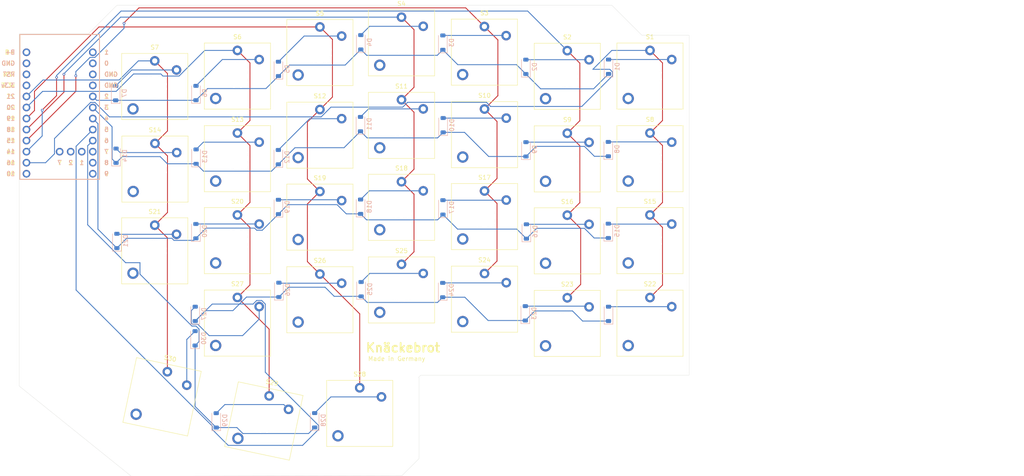
<source format=kicad_pcb>
(kicad_pcb (version 20241229) (generator "pcbnew") (generator_version "9.0")
  (layers (0 "F.Cu" signal) (2 "B.Cu" signal) (13 "F.Paste" user) (15 "B.Paste" user) (5 "F.SilkS" user "F.Silkscreen") (7 "B.SilkS" user "B.Silkscreen") (1 "F.Mask" user) (3 "B.Mask" user) (25 "Edge.Cuts" user))
  (net 0 "")
  (net 1 "Net-(D1-A)")
  (net 2 "Row_0")
  (net 3 "Net-(D2-A)")
  (net 4 "Net-(D3-A)")
  (net 5 "Net-(D4-A)")
  (net 6 "Net-(D5-A)")
  (net 7 "Net-(D6-A)")
  (net 8 "Net-(D7-A)")
  (net 9 "Net-(D8-A)")
  (net 10 "Row_1")
  (net 11 "Net-(D9-A)")
  (net 12 "Net-(D10-A)")
  (net 13 "Net-(D11-A)")
  (net 14 "Net-(D12-A)")
  (net 15 "Net-(D13-A)")
  (net 16 "Net-(D14-A)")
  (net 17 "Net-(D15-A)")
  (net 18 "Row_2")
  (net 19 "Net-(D16-A)")
  (net 20 "Net-(D17-A)")
  (net 21 "Net-(D18-A)")
  (net 22 "Net-(D19-A)")
  (net 23 "Net-(D20-A)")
  (net 24 "Net-(D21-A)")
  (net 25 "Net-(D22-A)")
  (net 26 "Row_3")
  (net 27 "Net-(D23-A)")
  (net 28 "Net-(D24-A)")
  (net 29 "Net-(D25-A)")
  (net 30 "Net-(D26-A)")
  (net 31 "Net-(D27-A)")
  (net 32 "Row_4")
  (net 33 "Net-(D28-A)")
  (net 34 "Net-(D29-A)")
  (net 35 "Net-(D30-A)")
  (net 36 "Col_0")
  (net 37 "Col_1")
  (net 38 "Col_2")
  (net 39 "Col_3")
  (net 40 "Col_4")
  (net 41 "Col_5")
  (net 42 "Col_6")
  (footprint "ScottoKeebs_Choc:Choc_V2" (layer "F.Cu") (at 168.432618 104.625)
    (property "Reference" "S24")
    (property "Value" "Keyswitch")
  )
  (footprint "ScottoKeebs_Choc:Choc_V2" (layer "F.Cu") (at 187.457618 72.35)
    (property "Reference" "S9")
    (property "Value" "Keyswitch")
  )
  (footprint "ScottoKeebs_Choc:Choc_V2" (layer "F.Cu") (at 130.607618 66.9)
    (property "Reference" "S12")
    (property "Value" "Keyswitch")
  )
  (footprint "ScottoKeebs_Choc:Choc_V2" (layer "F.Cu") (at 92.707618 74.7)
    (property "Reference" "S14")
    (property "Value" "Keyswitch")
  )
  (footprint "ScottoKeebs_Choc:Choc_V2" (layer "F.Cu") (at 149.357618 64.65)
    (property "Reference" "S11")
    (property "Value" "Keyswitch")
  )
  (footprint "ScottoKeebs_Choc:Choc_V2" (layer "F.Cu") (at 187.457618 110.2)
    (property "Reference" "S23")
    (property "Value" "Keyswitch")
  )
  (footprint "ScottoKeebs_Choc:Choc_V2" (layer "F.Cu") (at 111.657618 91.15)
    (property "Reference" "S20")
    (property "Value" "Keyswitch")
  )
  (footprint "ScottoKeebs_Choc:Choc_V2" (layer "F.Cu") (at 92.657618 55.7)
    (property "Reference" "S7")
    (property "Value" "Keyswitch")
  )
  (footprint "ScottoKeebs_Choc:Choc_V2" (layer "F.Cu") (at 111.657618 72.3)
    (property "Reference" "S13")
    (property "Value" "Keyswitch")
  )
  (footprint "ScottoKeebs_Choc:Choc_V2" (layer "F.Cu") (at 168.432618 66.775)
    (property "Reference" "S10")
    (property "Value" "Keyswitch")
  )
  (footprint "ScottoKeebs_Choc:Choc_V2" (layer "F.Cu") (at 130.607618 47.9)
    (property "Reference" "S5")
    (property "Value" "Keyswitch")
  )
  (footprint "ScottoKeebs_Choc:Choc_V2" (layer "F.Cu") (at 117.725324 132.645858 -11.94)
    (property "Reference" "S29")
    (property "Value" "Keyswitch")
  )
  (footprint "ScottoKeebs_Choc:Choc_V2" (layer "F.Cu") (at 149.357618 102.5)
    (property "Reference" "S25")
    (property "Value" "Keyswitch")
  )
  (footprint "ScottoKeebs_Choc:Choc_V2" (layer "F.Cu") (at 168.407618 47.8)
    (property "Reference" "S3")
    (property "Value" "Keyswitch")
  )
  (footprint "ScottoKeebs_Choc:Choc_V2" (layer "F.Cu") (at 149.357618 83.5)
    (property "Reference" "S18")
    (property "Value" "Keyswitch")
  )
  (footprint "ScottoKeebs_Choc:Choc_V2" (layer "F.Cu") (at 139.757618 130.9)
    (property "Reference" "S28")
    (property "Value" "Keyswitch")
  )
  (footprint "ScottoKeebs_Choc:Choc_V2" (layer "F.Cu") (at 187.457618 91.2)
    (property "Reference" "S16")
    (property "Value" "Keyswitch")
  )
  (footprint "ScottoKeebs_Choc:Choc_V2" (layer "F.Cu") (at 111.657618 53.3)
    (property "Reference" "S6")
    (property "Value" "Keyswitch")
  )
  (footprint "ScottoKeebs_Choc:Choc_V2" (layer "F.Cu") (at 92.657618 93.5)
    (property "Reference" "S21")
    (property "Value" "Keyswitch")
  )
  (footprint "ScottoKeebs_Choc:Choc_V2" (layer "F.Cu") (at 206.457618 91.15)
    (property "Reference" "S15")
    (property "Value" "Keyswitch")
  )
  (footprint "ScottoKeebs_Choc:Choc_V2" (layer "F.Cu") (at 94.335614 127.08335 -11.94)
    (property "Reference" "S30")
    (property "Value" "Keyswitch")
  )
  (footprint "ScottoKeebs_Choc:Choc_V2" (layer "F.Cu") (at 206.457618 72.3)
    (property "Reference" "S8")
    (property "Value" "Keyswitch")
  )
  (footprint "ScottoKeebs_Choc:Choc_V2" (layer "F.Cu") (at 168.432618 85.625)
    (property "Reference" "S17")
    (property "Value" "Keyswitch")
  )
  (footprint "ScottoKeebs_Choc:Choc_V2" (layer "F.Cu") (at 187.457618 53.35)
    (property "Reference" "S2")
    (property "Value" "Keyswitch")
  )
  (footprint "ScottoKeebs_Choc:Choc_V2" (layer "F.Cu") (at 149.357618 45.65)
    (property "Reference" "S4")
    (property "Value" "Keyswitch")
  )
  (footprint "ScottoKeebs_Choc:Choc_V2" (layer "F.Cu") (at 111.657618 110.125)
    (property "Reference" "S27")
    (property "Value" "Keyswitch")
  )
  (footprint "ScottoKeebs_Choc:Choc_V2" (layer "F.Cu") (at 130.607618 104.75)
    (property "Reference" "S26")
    (property "Value" "Keyswitch")
  )
  (footprint "ScottoKeebs_Choc:Choc_V2" (layer "F.Cu") (at 206.457618 110.15)
    (property "Reference" "S22")
    (property "Value" "Keyswitch")
  )
  (footprint "ScottoKeebs_Choc:Choc_V2" (layer "F.Cu") (at 130.607618 85.75)
    (property "Reference" "S19")
    (property "Value" "Keyswitch")
  )
  (footprint "ScottoKeebs_Choc:Choc_V2" (layer "F.Cu") (at 206.457618 53.3)
    (property "Reference" "S1")
    (property "Value" "Keyswitch")
  )
  (footprint "Diode_SMD:D_SOD-123" (layer "B.Cu") (at 83.957618 91.225 90)
    (property "Reference" "D21")
    (property "Value" "Diode")
  )
  (footprint "Diode_SMD:D_SOD-123" (layer "B.Cu") (at 196.932618 51.15 90)
    (property "Reference" "D1")
    (property "Value" "Diode")
  )
  (footprint "Diode_SMD:D_SOD-123" (layer "B.Cu") (at 121.082618 83.4 90)
    (property "Reference" "D19")
    (property "Value" "Diode")
  )
  (footprint "Diode_SMD:D_SOD-123" (layer "B.Cu") (at 158.857618 45.6 90)
    (property "Reference" "D3")
    (property "Value" "Diode")
  )
  (footprint "Diode_SMD:D_SOD-123" (layer "B.Cu") (at 196.932618 108 90)
    (property "Reference" "D22" (hide yes))
    (property "Value" "Diode")
  )
  (footprint "Diode_SMD:D_SOD-123" (layer "B.Cu") (at 158.832618 102.525 90)
    (property "Reference" "D24")
    (property "Value" "Diode")
  )
  (footprint "Diode_SMD:D_SOD-123" (layer "B.Cu") (at 106.782618 132.5 90)
    (property "Reference" "D29")
    (property "Value" "Diode")
  )
  (footprint "Diode_SMD:D_SOD-123" (layer "B.Cu") (at 83.682618 57.225 90)
    (property "Reference" "D7")
    (property "Value" "Diode")
  )
  (footprint "Diode_SMD:D_SOD-123" (layer "B.Cu") (at 102.107618 88.975 90)
    (property "Reference" "D20")
    (property "Value" "Diode")
  )
  (footprint "ScottoKeebs_MCU:Nice_Nano_V2" (layer "B.Cu") (at 70.8 61.52 180)
    (property "Reference" "U1" (hide yes))
    (property "Value" "Nice_Nano_V2" (hide yes))
  )
  (footprint "Diode_SMD:D_SOD-123" (layer "B.Cu") (at 177.957618 70.15 90)
    (property "Reference" "D9")
    (property "Value" "Diode")
  )
  (footprint "Diode_SMD:D_SOD-123" (layer "B.Cu") (at 139.932618 64.35 90)
    (property "Reference" "D11")
    (property "Value" "Diode")
  )
  (footprint "Diode_SMD:D_SOD-123" (layer "B.Cu") (at 140.082618 102.325 90)
    (property "Reference" "D25")
    (property "Value" "Diode")
  )
  (footprint "Diode_SMD:D_SOD-123" (layer "B.Cu") (at 140.007618 45.525 90)
    (property "Reference" "D4")
    (property "Value" "Diode")
  )
  (footprint "Diode_SMD:D_SOD-123" (layer "B.Cu") (at 177.932618 51.175 90)
    (property "Reference" "D2")
    (property "Value" "Diode")
  )
  (footprint "Diode_SMD:D_SOD-123" (layer "B.Cu") (at 102.157618 71.825 90)
    (property "Reference" "D13")
    (property "Value" "Diode")
  )
  (footprint "Diode_SMD:D_SOD-123" (layer "B.Cu") (at 158.882618 83.5 90)
    (property "Reference" "D17")
    (property "Value" "Diode")
  )
  (footprint "Diode_SMD:D_SOD-123" (layer "B.Cu") (at 158.932618 64.6 90)
    (property "Reference" "D10")
    (property "Value" "Diode")
  )
  (footprint "Diode_SMD:D_SOD-123" (layer "B.Cu") (at 129.407618 132.475 90)
    (property "Reference" "D28")
    (property "Value" "Diode")
  )
  (footprint "Diode_SMD:D_SOD-123" (layer "B.Cu") (at 196.882618 88.9 90)
    (property "Reference" "D15")
    (property "Value" "Diode")
  )
  (footprint "Diode_SMD:D_SOD-123" (layer "B.Cu") (at 101.932618 113.625 90)
    (property "Reference" "D30")
    (property "Value" "Diode")
  )
  (footprint "Diode_SMD:D_SOD-123" (layer "B.Cu") (at 121.057618 71.95 90)
    (property "Reference" "D12")
    (property "Value" "Diode")
  )
  (footprint "Diode_SMD:D_SOD-123" (layer "B.Cu") (at 102.132618 57.2 90)
    (property "Reference" "D6")
    (property "Value" "Diode")
  )
  (footprint "Diode_SMD:D_SOD-123" (layer "B.Cu") (at 177.807618 107.875 90)
    (property "Reference" "D23")
    (property "Value" "Diode")
  )
  (footprint "Diode_SMD:D_SOD-123" (layer "B.Cu") (at 121.082618 51.65 90)
    (property "Reference" "D5")
    (property "Value" "Diode")
  )
  (footprint "Diode_SMD:D_SOD-123" (layer "B.Cu") (at 178.057618 89.05 90)
    (property "Reference" "D16")
    (property "Value" "Diode")
  )
  (footprint "Diode_SMD:D_SOD-123" (layer "B.Cu") (at 121.182618 102.475 90)
    (property "Reference" "D26")
    (property "Value" "Diode")
  )
  (footprint "Diode_SMD:D_SOD-123" (layer "B.Cu") (at 139.957618 83.35 90)
    (property "Reference" "D18")
    (property "Value" "Diode")
  )
  (footprint "Diode_SMD:D_SOD-123" (layer "B.Cu") (at 101.957618 108 90)
    (property "Reference" "D27")
    (property "Value" "Diode")
  )
  (footprint "Diode_SMD:D_SOD-123" (layer "B.Cu") (at 83.757618 71.625 90)
    (property "Reference" "D14")
    (property "Value" "Diode")
  )
  (footprint "Diode_SMD:D_SOD-123" (layer "B.Cu") (at 196.882618 70.1 90)
    (property "Reference" "D8")
    (property "Value" "Diode")
  )
  (gr_poly (pts (xy 215.442618 46.16) (xy 215.442618 43.9) (xy 204.582618 43.9) (xy 197.682618 37) (xy 83.982618 37) (xy 77.382618 43.6) (xy 61.482618 43.6) (xy 61.482618 124.583333) (xy 87.254951 145.344379) (xy 149.482618 145.2) (xy 153.382618 141.3) (xy 153.382618 122.7) (xy 153.282618 122.6) (xy 153.782618 122.1) (xy 215.442618 122.1) (xy 215.442618 46.16)) (stroke (width 0.05)) (fill no) (layer "Edge.Cuts"))
  (gr_text "Made in Germany\n" (at 141.6 118.9 0) (layer "F.SilkS") (effects (font (size 1 1)) (justify left bottom)))
  (gr_text "Knäckebrot" (at 140.96 116.98 0) (layer "F.SilkS") (effects (font (size 2.032 2.032) (thickness 0.4064) (bold yes)) (justify left bottom)))
  (segment (start 196.932618 49.5) (end 211.457618 49.5) (width 0.2) (layer "B.Cu") (net 1))
  (segment (start 141.358618 48.526) (end 157.581618 48.526) (width 0.2) (layer "B.Cu") (net 2))
  (segment (start 175.783618 50.676) (end 177.932618 52.825) (width 0.2) (layer "B.Cu") (net 2))
  (segment (start 102.107618 58.875) (end 102.132618 58.85) (width 0.2) (layer "B.Cu") (net 2))
  (segment (start 102.132618 58.85) (end 104.806618 56.176) (width 0.2) (layer "B.Cu") (net 2))
  (segment (start 104.806618 56.176) (end 118.206618 56.176) (width 0.2) (layer "B.Cu") (net 2))
  (segment (start 177.932618 52.825) (end 181.333618 56.226) (width 0.2) (layer "B.Cu") (net 2))
  (segment (start 181.333618 56.226) (end 193.506618 56.226) (width 0.2) (layer "B.Cu") (net 2))
  (segment (start 118.206618 56.176) (end 121.082618 53.3) (width 0.2) (layer "B.Cu") (net 2))
  (segment (start 79.305 58.875) (end 78.42 57.99) (width 0.2) (layer "B.Cu") (net 2))
  (segment (start 158.857618 47.25) (end 162.283618 50.676) (width 0.2) (layer "B.Cu") (net 2))
  (segment (start 193.506618 56.226) (end 196.932618 52.8) (width 0.2) (layer "B.Cu") (net 2))
  (segment (start 83.682618 58.875) (end 79.305 58.875) (width 0.2) (layer "B.Cu") (net 2))
  (segment (start 157.581618 48.526) (end 158.857618 47.25) (width 0.2) (layer "B.Cu") (net 2))
  (segment (start 162.283618 50.676) (end 175.783618 50.676) (width 0.2) (layer "B.Cu") (net 2))
  (segment (start 136.406618 50.776) (end 140.007618 47.175) (width 0.2) (layer "B.Cu") (net 2))
  (segment (start 121.082618 53.3) (end 123.606618 50.776) (width 0.2) (layer "B.Cu") (net 2))
  (segment (start 123.606618 50.776) (end 136.406618 50.776) (width 0.2) (layer "B.Cu") (net 2))
  (segment (start 83.682618 58.875) (end 102.107618 58.875) (width 0.2) (layer "B.Cu") (net 2))
  (segment (start 140.007618 47.175) (end 141.358618 48.526) (width 0.2) (layer "B.Cu") (net 2))
  (segment (start 192.432618 49.525) (end 192.457618 49.55) (width 0.2) (layer "B.Cu") (net 3))
  (segment (start 177.932618 49.525) (end 192.432618 49.525) (width 0.2) (layer "B.Cu") (net 3))
  (segment (start 158.857618 43.95) (end 173.357618 43.95) (width 0.2) (layer "B.Cu") (net 4))
  (segment (start 173.357618 43.95) (end 173.407618 44) (width 0.2) (layer "B.Cu") (net 4))
  (segment (start 142.032618 41.85) (end 154.357618 41.85) (width 0.2) (layer "B.Cu") (net 5))
  (segment (start 140.007618 43.875) (end 142.032618 41.85) (width 0.2) (layer "B.Cu") (net 5))
  (segment (start 121.082618 50) (end 126.982618 44.1) (width 0.2) (layer "B.Cu") (net 6))
  (segment (start 126.982618 44.1) (end 135.607618 44.1) (width 0.2) (layer "B.Cu") (net 6))
  (segment (start 102.132618 55.55) (end 108.182618 49.5) (width 0.2) (layer "B.Cu") (net 7))
  (segment (start 108.182618 49.5) (end 116.657618 49.5) (width 0.2) (layer "B.Cu") (net 7))
  (segment (start 83.682618 55.575) (end 87.357618 51.9) (width 0.2) (layer "B.Cu") (net 8))
  (segment (start 87.357618 51.9) (end 97.657618 51.9) (width 0.2) (layer "B.Cu") (net 8))
  (segment (start 196.882618 68.45) (end 211.407618 68.45) (width 0.2) (layer "B.Cu") (net 9))
  (segment (start 211.407618 68.45) (end 211.457618 68.5) (width 0.2) (layer "B.Cu") (net 9))
  (segment (start 139.932618 66) (end 141.458618 67.526) (width 0.2) (layer "B.Cu") (net 10))
  (segment (start 169.39034 71.8) (end 163.84034 66.25) (width 0.2) (layer "B.Cu") (net 10))
  (segment (start 93.898896 71.824) (end 85.208618 71.824) (width 0.2) (layer "B.Cu") (net 10))
  (segment (start 103.858618 75.176) (end 102.157618 73.475) (width 0.2) (layer "B.Cu") (net 10))
  (segment (start 177.957618 71.8) (end 180.283618 69.474) (width 0.2) (layer "B.Cu") (net 10))
  (segment (start 193.676304 71.75) (end 196.882618 71.75) (width 0.2) (layer "B.Cu") (net 10))
  (segment (start 177.957618 71.8) (end 169.39034 71.8) (width 0.2) (layer "B.Cu") (net 10))
  (segment (start 124.881618 69.776) (end 121.057618 73.6) (width 0.2) (layer "B.Cu") (net 10))
  (segment (start 191.400304 69.474) (end 193.676304 71.75) (width 0.2) (layer "B.Cu") (net 10))
  (segment (start 85.208618 71.824) (end 83.757618 73.275) (width 0.2) (layer "B.Cu") (net 10))
  (segment (start 102.157618 73.475) (end 95.549896 73.475) (width 0.2) (layer "B.Cu") (net 10))
  (segment (start 83.757618 73.275) (end 82.856618 72.374) (width 0.2) (layer "B.Cu") (net 10))
  (segment (start 157.656618 67.526) (end 158.932618 66.25) (width 0.2) (layer "B.Cu") (net 10))
  (segment (start 82.856618 72.374) (end 82.856618 64.966618) (width 0.2) (layer "B.Cu") (net 10))
  (segment (start 141.458618 67.526) (end 157.656618 67.526) (width 0.2) (layer "B.Cu") (net 10))
  (segment (start 180.283618 69.474) (end 191.400304 69.474) (width 0.2) (layer "B.Cu") (net 10))
  (segment (start 95.549896 73.475) (end 93.898896 71.824) (width 0.2) (layer "B.Cu") (net 10))
  (segment (start 163.84034 66.25) (end 158.932618 66.25) (width 0.2) (layer "B.Cu") (net 10))
  (segment (start 121.057618 73.6) (end 119.481618 75.176) (width 0.2) (layer "B.Cu") (net 10))
  (segment (start 139.932618 66) (end 136.156618 69.776) (width 0.2) (layer "B.Cu") (net 10))
  (segment (start 136.156618 69.776) (end 124.881618 69.776) (width 0.2) (layer "B.Cu") (net 10))
  (segment (start 82.856618 64.966618) (end 78.42 60.53) (width 0.2) (layer "B.Cu") (net 10))
  (segment (start 119.481618 75.176) (end 103.858618 75.176) (width 0.2) (layer "B.Cu") (net 10))
  (segment (start 177.957618 68.5) (end 192.407618 68.5) (width 0.2) (layer "B.Cu") (net 11))
  (segment (start 192.407618 68.5) (end 192.457618 68.55) (width 0.2) (layer "B.Cu") (net 11))
  (segment (start 158.957618 62.975) (end 158.932618 62.95) (width 0.2) (layer "B.Cu") (net 12))
  (segment (start 173.432618 62.975) (end 158.957618 62.975) (width 0.2) (layer "B.Cu") (net 12))
  (segment (start 139.932618 62.7) (end 141.782618 60.85) (width 0.2) (layer "B.Cu") (net 13))
  (segment (start 141.782618 60.85) (end 154.357618 60.85) (width 0.2) (layer "B.Cu") (net 13))
  (segment (start 128.257618 63.1) (end 135.607618 63.1) (width 0.2) (layer "B.Cu") (net 14))
  (segment (start 121.057618 70.3) (end 128.257618 63.1) (width 0.2) (layer "B.Cu") (net 14))
  (segment (start 103.832618 68.5) (end 116.657618 68.5) (width 0.2) (layer "B.Cu") (net 15))
  (segment (start 102.157618 70.175) (end 103.832618 68.5) (width 0.2) (layer "B.Cu") (net 15))
  (segment (start 84.682618 70.9) (end 97.707618 70.9) (width 0.2) (layer "B.Cu") (net 16))
  (segment (start 83.757618 69.975) (end 84.682618 70.9) (width 0.2) (layer "B.Cu") (net 16))
  (segment (start 196.982618 87.35) (end 211.457618 87.35) (width 0.2) (layer "B.Cu") (net 17))
  (segment (start 196.882618 87.25) (end 196.982618 87.35) (width 0.2) (layer "B.Cu") (net 17))
  (segment (start 175.858618 88.501) (end 178.057618 90.7) (width 0.2) (layer "B.Cu") (net 18))
  (segment (start 97.077304 91.101) (end 101.631618 91.101) (width 0.2) (layer "B.Cu") (net 18))
  (segment (start 136.676304 85) (end 139.957618 85) (width 0.2) (layer "B.Cu") (net 18))
  (segment (start 121.082618 85.05) (end 123.258618 82.874) (width 0.2) (layer "B.Cu") (net 18))
  (segment (start 193.626304 90.55) (end 196.882618 90.55) (width 0.2) (layer "B.Cu") (net 18))
  (segment (start 158.882618 85.15) (end 162.233618 88.501) (width 0.2) (layer "B.Cu") (net 18))
  (segment (start 141.333618 86.376) (end 157.656618 86.376) (width 0.2) (layer "B.Cu") (net 18))
  (segment (start 117.381618 88.751) (end 121.082618 85.05) (width 0.2) (layer "B.Cu") (net 18))
  (segment (start 139.957618 85) (end 141.333618 86.376) (width 0.2) (layer "B.Cu") (net 18))
  (segment (start 104.458618 88.274) (end 115.600304 88.274) (width 0.2) (layer "B.Cu") (net 18))
  (segment (start 83.957618 92.875) (end 79.5973 88.514682) (width 0.2) (layer "B.Cu") (net 18))
  (segment (start 86.208618 90.624) (end 96.600304 90.624) (width 0.2) (layer "B.Cu") (net 18))
  (segment (start 178.057618 90.7) (end 180.433618 88.324) (width 0.2) (layer "B.Cu") (net 18))
  (segment (start 79.5973 64.2473) (end 78.42 63.07) (width 0.2) (layer "B.Cu") (net 18))
  (segment (start 134.550304 82.874) (end 136.676304 85) (width 0.2) (layer "B.Cu") (net 18))
  (segment (start 102.107618 90.625) (end 104.458618 88.274) (width 0.2) (layer "B.Cu") (net 18))
  (segment (start 116.077304 88.751) (end 117.381618 88.751) (width 0.2) (layer "B.Cu") (net 18))
  (segment (start 96.600304 90.624) (end 97.077304 91.101) (width 0.2) (layer "B.Cu") (net 18))
  (segment (start 162.233618 88.501) (end 175.858618 88.501) (width 0.2) (layer "B.Cu") (net 18))
  (segment (start 83.957618 92.875) (end 86.208618 90.624) (width 0.2) (layer "B.Cu") (net 18))
  (segment (start 180.433618 88.324) (end 191.400304 88.324) (width 0.2) (layer "B.Cu") (net 18))
  (segment (start 79.5973 88.514682) (end 79.5973 64.2473) (width 0.2) (layer "B.Cu") (net 18))
  (segment (start 115.600304 88.274) (end 116.077304 88.751) (width 0.2) (layer "B.Cu") (net 18))
  (segment (start 123.258618 82.874) (end 134.550304 82.874) (width 0.2) (layer "B.Cu") (net 18))
  (segment (start 101.631618 91.101) (end 102.107618 90.625) (width 0.2) (layer "B.Cu") (net 18))
  (segment (start 157.656618 86.376) (end 158.882618 85.15) (width 0.2) (layer "B.Cu") (net 18))
  (segment (start 191.400304 88.324) (end 193.626304 90.55) (width 0.2) (layer "B.Cu") (net 18))
  (segment (start 178.057618 87.4) (end 192.457618 87.4) (width 0.2) (layer "B.Cu") (net 19))
  (segment (start 173.407618 81.85) (end 173.432618 81.825) (width 0.2) (layer "B.Cu") (net 20))
  (segment (start 158.882618 81.85) (end 173.407618 81.85) (width 0.2) (layer "B.Cu") (net 20))
  (segment (start 141.957618 79.7) (end 154.357618 79.7) (width 0.2) (layer "B.Cu") (net 21))
  (segment (start 139.957618 81.7) (end 141.957618 79.7) (width 0.2) (layer "B.Cu") (net 21))
  (segment (start 135.407618 81.75) (end 135.607618 81.95) (width 0.2) (layer "B.Cu") (net 22))
  (segment (start 121.082618 81.75) (end 135.407618 81.75) (width 0.2) (layer "B.Cu") (net 22))
  (segment (start 102.107618 87.325) (end 116.632618 87.325) (width 0.2) (layer "B.Cu") (net 23))
  (segment (start 116.632618 87.325) (end 116.657618 87.35) (width 0.2) (layer "B.Cu") (net 23))
  (segment (start 97.657618 89.7) (end 84.082618 89.7) (width 0.2) (layer "B.Cu") (net 24))
  (segment (start 84.082618 89.7) (end 83.957618 89.575) (width 0.2) (layer "B.Cu") (net 24))
  (segment (start 211.457618 106.35) (end 196.932618 106.35) (width 0.2) (layer "B.Cu") (net 25))
  (segment (start 74.59 69.44) (end 78.42 65.61) (width 0.2) (layer "B.Cu") (net 26))
  (segment (start 117.237932 104.924) (end 118.058618 105.744686) (width 0.2) (layer "B.Cu") (net 26))
  (segment (start 141.483618 105.376) (end 157.631618 105.376) (width 0.2) (layer "B.Cu") (net 26))
  (segment (start 130.308618 134.57411) (end 126.631728 138.251) (width 0.2) (layer "B.Cu") (net 26))
  (segment (start 130.308618 133.67589) (end 130.308618 134.57411) (width 0.2) (layer "B.Cu") (net 26))
  (segment (start 110.614932 107.249) (end 104.358618 107.249) (width 0.2) (layer "B.Cu") (net 26))
  (segment (start 115.256618 105.744686) (end 116.077304 104.924) (width 0.2) (layer "B.Cu") (net 26))
  (segment (start 131.798896 101.874) (end 123.433618 101.874) (width 0.2) (layer "B.Cu") (net 26))
  (segment (start 101.957618 109.65) (end 105.862932 105.744686) (width 0.2) (layer "B.Cu") (net 26))
  (segment (start 118.058618 121.42589) (end 130.308618 133.67589) (width 0.2) (layer "B.Cu") (net 26))
  (segment (start 196.932618 109.65) (end 190.974896 109.65) (width 0.2) (layer "B.Cu") (net 26))
  (segment (start 126.631728 138.251) (end 109.533508 138.251) (width 0.2) (layer "B.Cu") (net 26))
  (segment (start 157.631618 105.376) (end 158.832618 104.175) (width 0.2) (layer "B.Cu") (net 26))
  (segment (start 121.182618 104.125) (end 113.738932 104.125) (width 0.2) (layer "B.Cu") (net 26))
  (segment (start 188.648896 107.324) (end 180.008618 107.324) (width 0.2) (layer "B.Cu") (net 26))
  (segment (start 104.358618 107.249) (end 101.957618 109.65) (width 0.2) (layer "B.Cu") (net 26))
  (segment (start 180.008618 107.324) (end 177.807618 109.525) (width 0.2) (layer "B.Cu") (net 26))
  (segment (start 140.082618 103.975) (end 133.899896 103.975) (width 0.2) (layer "B.Cu") (net 26))
  (segment (start 190.974896 109.65) (end 188.648896 107.324) (width 0.2) (layer "B.Cu") (net 26))
  (segment (start 105.881618 133.8161) (end 74.59 102.524482) (width 0.2) (layer "B.Cu") (net 26))
  (segment (start 169.26534 109.525) (end 163.91534 104.175) (width 0.2) (layer "B.Cu") (net 26))
  (segment (start 109.533508 138.251) (end 105.881618 134.59911) (width 0.2) (layer "B.Cu") (net 26))
  (segment (start 116.077304 104.924) (end 117.237932 104.924) (width 0.2) (layer "B.Cu") (net 26))
  (segment (start 74.59 102.524482) (end 74.59 69.44) (width 0.2) (layer "B.Cu") (net 26))
  (segment (start 113.738932 104.125) (end 110.614932 107.249) (width 0.2) (layer "B.Cu") (net 26))
  (segment (start 133.899896 103.975) (end 131.798896 101.874) (width 0.2) (layer "B.Cu") (net 26))
  (segment (start 140.082618 103.975) (end 141.483618 105.376) (width 0.2) (layer "B.Cu") (net 26))
  (segment (start 118.058618 105.744686) (end 118.058618 121.42589) (width 0.2) (layer "B.Cu") (net 26))
  (segment (start 163.91534 104.175) (end 158.832618 104.175) (width 0.2) (layer "B.Cu") (net 26))
  (segment (start 123.433618 101.874) (end 121.182618 104.125) (width 0.2) (layer "B.Cu") (net 26))
  (segment (start 105.862932 105.744686) (end 115.256618 105.744686) (width 0.2) (layer "B.Cu") (net 26))
  (segment (start 177.807618 109.525) (end 169.26534 109.525) (width 0.2) (layer "B.Cu") (net 26))
  (segment (start 105.881618 134.59911) (end 105.881618 133.8161) (width 0.2) (layer "B.Cu") (net 26))
  (segment (start 177.807618 106.225) (end 192.282618 106.225) (width 0.2) (layer "B.Cu") (net 27))
  (segment (start 192.282618 106.225) (end 192.457618 106.4) (width 0.2) (layer "B.Cu") (net 27))
  (segment (start 173.382618 100.875) (end 173.432618 100.825) (width 0.2) (layer "B.Cu") (net 28))
  (segment (start 158.832618 100.875) (end 173.382618 100.875) (width 0.2) (layer "B.Cu") (net 28))
  (segment (start 154.357618 98.7) (end 142.057618 98.7) (width 0.2) (layer "B.Cu") (net 29))
  (segment (start 142.057618 98.7) (end 140.082618 100.675) (width 0.2) (layer "B.Cu") (net 29))
  (segment (start 121.307618 100.95) (end 121.182618 100.825) (width 0.2) (layer "B.Cu") (net 30))
  (segment (start 135.607618 100.95) (end 121.307618 100.95) (width 0.2) (layer "B.Cu") (net 30))
  (segment (start 101.056618 110.09911) (end 101.056618 107.251) (width 0.2) (layer "B.Cu") (net 31))
  (segment (start 116.657618 106.325) (end 116.657618 109.192278) (width 0.2) (layer "B.Cu") (net 31))
  (segment (start 105.156728 113.001) (end 102.556728 110.401) (width 0.2) (layer "B.Cu") (net 31))
  (segment (start 101.056618 107.251) (end 101.957618 106.35) (width 0.2) (layer "B.Cu") (net 31))
  (segment (start 112.848896 113.001) (end 105.156728 113.001) (width 0.2) (layer "B.Cu") (net 31))
  (segment (start 116.657618 109.192278) (end 112.848896 113.001) (width 0.2) (layer "B.Cu") (net 31))
  (segment (start 102.556728 110.401) (end 101.358508 110.401) (width 0.2) (layer "B.Cu") (net 31))
  (segment (start 101.358508 110.401) (end 101.056618 110.09911) (width 0.2) (layer "B.Cu") (net 31))
  (segment (start 89.258618 98.86821) (end 89.258618 96.227) (width 0.2) (layer "B.Cu") (net 32))
  (segment (start 101.932618 115.275) (end 102.833618 114.374) (width 0.2) (layer "B.Cu") (net 32))
  (segment (start 102.833618 114.374) (end 102.833618 111.505618) (width 0.2) (layer "B.Cu") (net 32))
  (segment (start 101.192408 110.802) (end 89.258618 98.86821) (width 0.2) (layer "B.Cu") (net 32))
  (segment (start 129.407618 134.125) (end 128.01076 135.521858) (width 0.2) (layer "B.Cu") (net 32))
  (segment (start 112.904044 135.521858) (end 111.532186 134.15) (width 0.2) (layer "B.Cu") (net 32))
  (segment (start 77.2427 69.3273) (end 78.42 68.15) (width 0.2) (layer "B.Cu") (net 32))
  (segment (start 111.532186 134.15) (end 106.782618 134.15) (width 0.2) (layer "B.Cu") (net 32))
  (segment (start 128.01076 135.521858) (end 112.904044 135.521858) (width 0.2) (layer "B.Cu") (net 32))
  (segment (start 102.833618 111.505618) (end 102.13 110.802) (width 0.2) (layer "B.Cu") (net 32))
  (segment (start 89.258618 96.227) (end 85.959508 96.227) (width 0.2) (layer "B.Cu") (net 32))
  (segment (start 101.932618 129.3) (end 106.782618 134.15) (width 0.2) (layer "B.Cu") (net 32))
  (segment (start 85.959508 96.227) (end 77.2427 87.510192) (width 0.2) (layer "B.Cu") (net 32))
  (segment (start 77.2427 87.510192) (end 77.2427 69.3273) (width 0.2) (layer "B.Cu") (net 32))
  (segment (start 102.13 110.802) (end 101.192408 110.802) (width 0.2) (layer "B.Cu") (net 32))
  (segment (start 101.932618 115.275) (end 101.932618 129.3) (width 0.2) (layer "B.Cu") (net 32))
  (segment (start 133.132618 127.1) (end 144.757618 127.1) (width 0.2) (layer "B.Cu") (net 33))
  (segment (start 129.407618 130.825) (end 133.132618 127.1) (width 0.2) (layer "B.Cu") (net 33))
  (segment (start 123.403319 129.962508) (end 122.30332 128.862509) (width 0.2) (layer "B.Cu") (net 34))
  (segment (start 122.30332 128.862509) (end 108.770109 128.862509) (width 0.2) (layer "B.Cu") (net 34))
  (segment (start 108.770109 128.862509) (end 106.782618 130.85) (width 0.2) (layer "B.Cu") (net 34))
  (segment (start 101.932618 111.975) (end 100.01361 113.894008) (width 0.2) (layer "B.Cu") (net 35))
  (segment (start 100.01361 113.894008) (end 100.01361 124.4) (width 0.2) (layer "B.Cu") (net 35))
  (segment (start 95.583618 84.674) (end 92.657618 87.6) (width 0.2) (layer "F.Cu") (net 36))
  (segment (start 92.707618 68.8) (end 95.583618 71.676) (width 0.2) (layer "F.Cu") (net 36))
  (segment (start 92.657618 49.8) (end 95.583618 52.726) (width 0.2) (layer "F.Cu") (net 36))
  (segment (start 95.556249 90.498631) (end 92.657618 87.6) (width 0.2) (layer "F.Cu") (net 36))
  (segment (start 95.583618 65.924) (end 92.707618 68.8) (width 0.2) (layer "F.Cu") (net 36))
  (segment (start 95.556249 121.310998) (end 95.556249 90.498631) (width 0.2) (layer "F.Cu") (net 36))
  (segment (start 95.583618 71.676) (end 95.583618 84.674) (width 0.2) (layer "F.Cu") (net 36))
  (segment (start 95.583618 52.726) (end 95.583618 65.924) (width 0.2) (layer "F.Cu") (net 36))
  (segment (start 88.890518 49.8) (end 92.657618 49.8) (width 0.2) (layer "B.Cu") (net 36))
  (segment (start 84.485259 54.205259) (end 88.890518 49.8) (width 0.2) (layer "B.Cu") (net 36))
  (segment (start 66.964741 54.205259) (end 84.485259 54.205259) (width 0.2) (layer "B.Cu") (net 36))
  (segment (start 63.18 57.99) (end 66.964741 54.205259) (width 0.2) (layer "B.Cu") (net 36))
  (segment (start 111.657618 66.4) (end 114.533618 69.276) (width 0.2) (layer "F.Cu") (net 37))
  (segment (start 111.657618 85.25) (end 114.533618 88.126) (width 0.2) (layer "F.Cu") (net 37))
  (segment (start 118.945959 111.513341) (end 118.945959 126.873506) (width 0.2) (layer "F.Cu") (net 37))
  (segment (start 114.533618 63.524) (end 111.657618 66.4) (width 0.2) (layer "F.Cu") (net 37))
  (segment (start 114.533618 50.276) (end 114.533618 63.524) (width 0.2) (layer "F.Cu") (net 37))
  (segment (start 114.533618 82.374) (end 111.657618 85.25) (width 0.2) (layer "F.Cu") (net 37))
  (segment (start 114.533618 88.126) (end 114.533618 101.349) (width 0.2) (layer "F.Cu") (net 37))
  (segment (start 111.657618 104.225) (end 118.945959 111.513341) (width 0.2) (layer "F.Cu") (net 37))
  (segment (start 114.533618 69.276) (end 114.533618 82.374) (width 0.2) (layer "F.Cu") (net 37))
  (segment (start 111.657618 47.4) (end 114.533618 50.276) (width 0.2) (layer "F.Cu") (net 37))
  (segment (start 114.533618 101.349) (end 111.657618 104.225) (width 0.2) (layer "F.Cu") (net 37))
  (segment (start 104.138932 47.4) (end 98.237932 53.301) (width 0.2) (layer "B.Cu") (net 37))
  (segment (start 66.8973 56.8127) (end 63.18 60.53) (width 0.2) (layer "B.Cu") (net 37))
  (segment (start 94.064 52.824) (end 87.783728 52.824) (width 0.2) (layer "B.Cu") (net 37))
  (segment (start 87.783728 52.824) (end 83.795028 56.8127) (width 0.2) (layer "B.Cu") (net 37))
  (segment (start 94.541 53.301) (end 94.064 52.824) (width 0.2) (layer "B.Cu") (net 37))
  (segment (start 83.795028 56.8127) (end 66.8973 56.8127) (width 0.2) (layer "B.Cu") (net 37))
  (segment (start 111.657618 47.4) (end 104.138932 47.4) (width 0.2) (layer "B.Cu") (net 37))
  (segment (start 98.237932 53.301) (end 94.541 53.301) (width 0.2) (layer "B.Cu") (net 37))
  (segment (start 127.731618 82.726) (end 127.731618 95.974) (width 0.2) (layer "F.Cu") (net 38))
  (segment (start 130.607618 42) (end 133.483618 44.876) (width 0.2) (layer "F.Cu") (net 38))
  (segment (start 130.607618 61) (end 127.731618 63.876) (width 0.2) (layer "F.Cu") (net 38))
  (segment (start 79.83256 42) (end 65.01986 56.8127) (width 0.2) (layer "F.Cu") (net 38))
  (segment (start 127.731618 63.876) (end 127.731618 76.974) (width 0.2) (layer "F.Cu") (net 38))
  (segment (start 65.01986 61.23014) (end 63.18 63.07) (width 0.2) (layer "F.Cu") (net 38))
  (segment (start 127.731618 76.974) (end 130.607618 79.85) (width 0.2) (layer "F.Cu") (net 38))
  (segment (start 139.757618 108) (end 139.757618 125) (width 0.2) (layer "F.Cu") (net 38))
  (segment (start 127.731618 95.974) (end 130.607618 98.85) (width 0.2) (layer "F.Cu") (net 38))
  (segment (start 65.01986 56.8127) (end 65.01986 61.23014) (width 0.2) (layer "F.Cu") (net 38))
  (segment (start 130.607618 79.85) (end 127.731618 82.726) (width 0.2) (layer "F.Cu") (net 38))
  (segment (start 130.607618 98.85) (end 139.757618 108) (width 0.2) (layer "F.Cu") (net 38))
  (segment (start 133.483618 44.876) (end 133.483618 58.124) (width 0.2) (layer "F.Cu") (net 38))
  (segment (start 130.607618 42) (end 79.83256 42) (width 0.2) (layer "F.Cu") (net 38))
  (segment (start 133.483618 58.124) (end 130.607618 61) (width 0.2) (layer "F.Cu") (net 38))
  (segment (start 152.233618 55.874) (end 149.357618 58.75) (width 0.2) (layer "F.Cu") (net 39))
  (segment (start 71.79 57) (end 63.18 65.61) (width 0.2) (layer "F.Cu") (net 39))
  (segment (start 152.233618 74.724) (end 149.357618 77.6) (width 0.2) (layer "F.Cu") (net 39))
  (segment (start 152.233618 61.626) (end 152.233618 74.724) (width 0.2) (layer "F.Cu") (net 39))
  (segment (start 149.357618 39.75) (end 152.233618 42.626) (width 0.2) (layer "F.Cu") (net 39))
  (segment (start 152.233618 42.626) (end 152.233618 55.874) (width 0.2) (layer "F.Cu") (net 39))
  (segment (start 149.357618 77.6) (end 152.233618 80.476) (width 0.2) (layer "F.Cu") (net 39))
  (segment (start 152.233618 93.724) (end 149.357618 96.6) (width 0.2) (layer "F.Cu") (net 39))
  (segment (start 149.357618 58.75) (end 152.233618 61.626) (width 0.2) (layer "F.Cu") (net 39))
  (segment (start 152.233618 80.476) (end 152.233618 93.724) (width 0.2) (layer "F.Cu") (net 39))
  (segment (start 71.79 52.89) (end 71.79 57) (width 0.2) (layer "F.Cu") (net 39))
  (via (at 71.79 52.89) (size 0.6) (drill 0.3) (layers "F.Cu" "B.Cu") (net 39))
  (segment (start 71.79 52.89) (end 71.79 52.95) (width 0.2) (layer "B.Cu") (net 39))
  (segment (start 84.8 39.75) (end 71.79 52.76) (width 0.2) (layer "B.Cu") (net 39))
  (segment (start 71.79 52.76) (end 71.79 52.89) (width 0.2) (layer "B.Cu") (net 39))
  (segment (start 149.357618 39.75) (end 84.8 39.75) (width 0.2) (layer "B.Cu") (net 39))
  (segment (start 168.432618 79.725) (end 171.308618 82.601) (width 0.2) (layer "F.Cu") (net 40))
  (segment (start 164.108618 37.601) (end 89.039 37.601) (width 0.2) (layer "F.Cu") (net 40))
  (segment (start 171.5 57.807618) (end 168.432618 60.875) (width 0.2) (layer "F.Cu") (net 40))
  (segment (start 171.5 44.992382) (end 171.5 57.807618) (width 0.2) (layer "F.Cu") (net 40))
  (segment (start 168.407618 41.9) (end 164.108618 37.601) (width 0.2) (layer "F.Cu") (net 40))
  (segment (start 171.308618 63.751) (end 171.308618 76.849) (width 0.2) (layer "F.Cu") (net 40))
  (segment (start 171.308618 76.849) (end 168.432618 79.725) (width 0.2) (layer "F.Cu") (net 40))
  (segment (start 171.308618 95.849) (end 168.432618 98.725) (width 0.2) (layer "F.Cu") (net 40))
  (segment (start 74.52 53.23) (end 74.52 56.81) (width 0.2) (layer "F.Cu") (net 40))
  (segment (start 168.432618 60.875) (end 171.308618 63.751) (width 0.2) (layer "F.Cu") (net 40))
  (segment (start 171.308618 82.601) (end 171.308618 95.849) (width 0.2) (layer "F.Cu") (net 40))
  (segment (start 74.52 56.81) (end 63.18 68.15) (width 0.2) (layer "F.Cu") (net 40))
  (segment (start 89.039 37.601) (end 85.6 41.04) (width 0.2) (layer "F.Cu") (net 40))
  (segment (start 85.6 41.04) (end 85.6 41.17) (width 0.2) (layer "F.Cu") (net 40))
  (segment (start 168.407618 41.9) (end 171.5 44.992382) (width 0.2) (layer "F.Cu") (net 40))
  (via (at 74.52 53.23) (size 0.6) (drill 0.3) (layers "F.Cu" "B.Cu") (net 40))
  (via (at 85.6 41.17) (size 0.6) (drill 0.3) (layers "F.Cu" "B.Cu") (net 40))
  (segment (start 78.907654 49.0073) (end 77.7827 49.0073) (width 0.2) (layer "B.Cu") (net 40))
  (segment (start 85.6 42.314954) (end 78.907654 49.0073) (width 0.2) (layer "B.Cu") (net 40))
  (segment (start 77.7827 49.0073) (end 74.52 52.27) (width 0.2) (layer "B.Cu") (net 40))
  (segment (start 85.6 41.17) (end 85.6 42.314954) (width 0.2) (layer "B.Cu") (net 40))
  (segment (start 74.52 52.27) (end 74.52 53.23) (width 0.2) (layer "B.Cu") (net 40))
  (segment (start 187.457618 66.45) (end 190.333618 69.326) (width 0.2) (layer "F.Cu") (net 41))
  (segment (start 187.457618 47.45) (end 190.333618 50.326) (width 0.2) (layer "F.Cu") (net 41))
  (segment (start 190.333618 82.424) (end 187.457618 85.3) (width 0.2) (layer "F.Cu") (net 41))
  (segment (start 190.53 88.372382) (end 190.53 101.227618) (width 0.2) (layer "F.Cu") (net 41))
  (segment (start 190.333618 63.574) (end 187.457618 66.45) (width 0.2) (layer "F.Cu") (net 41))
  (segment (start 70.1 53.605259) (end 70.1 57.8) (width 0.2) (layer "F.Cu") (net 41))
  (segment (start 190.53 101.227618) (end 187.457618 104.3) (width 0.2) (layer "F.Cu") (net 41))
  (segment (start 190.333618 50.326) (end 190.333618 63.574) (width 0.2) (layer "F.Cu") (net 41))
  (segment (start 70.1 57.8) (end 66.86 61.04) (width 0.2) (layer "F.Cu") (net 41))
  (segment (start 66.86 61.08147) (end 66.795735 61.145735) (width 0.2) (layer "F.Cu") (net 41))
  (segment (start 66.86 61.04) (end 66.86 61.08147) (width 0.2) (layer "F.Cu") (net 41))
  (segment (start 187.457618 85.3) (end 190.53 88.372382) (width 0.2) (layer "F.Cu") (net 41))
  (segment (start 190.333618 69.326) (end 190.333618 82.424) (width 0.2) (layer "F.Cu") (net 41))
  (via (at 66.795735 61.145735) (size 0.6) (drill 0.3) (layers "F.Cu" "B.Cu") (net 41))
  (via (at 70.1 53.605259) (size 0.6) (drill 0.3) (layers "F.Cu" "B.Cu") (net 41))
  (segment (start 84.911 38.349) (end 70.1 53.16) (width 0.2) (layer "B.Cu") (net 41))
  (segment (start 178.356618 38.349) (end 84.911 38.349) (width 0.2) (layer "B.Cu") (net 41))
  (segment (start 66.795735 67.074265) (end 63.18 70.69) (width 0.2) (layer "B.Cu") (net 41))
  (segment (start 70.1 53.16) (end 70.1 53.605259) (width 0.2) (layer "B.Cu") (net 41))
  (segment (start 187.457618 47.45) (end 178.356618 38.349) (width 0.2) (layer "B.Cu") (net 41))
  (segment (start 66.795735 61.145735) (end 66.795735 67.074265) (width 0.2) (layer "B.Cu") (net 41))
  (segment (start 209.333618 88.126) (end 209.333618 101.374) (width 0.2) (layer "F.Cu") (net 42))
  (segment (start 209.333618 101.374) (end 206.457618 104.25) (width 0.2) (layer "F.Cu") (net 42))
  (segment (start 206.457618 47.4) (end 209.333618 50.276) (width 0.2) (layer "F.Cu") (net 42))
  (segment (start 209.333618 50.276) (end 209.333618 63.524) (width 0.2) (layer "F.Cu") (net 42))
  (segment (start 206.457618 85.25) (end 209.333618 88.126) (width 0.2) (layer "F.Cu") (net 42))
  (segment (start 209.333618 63.524) (end 206.457618 66.4) (width 0.2) (layer "F.Cu") (net 42))
  (segment (start 209.333618 82.374) (end 206.457618 85.25) (width 0.2) (layer "F.Cu") (net 42))
  (segment (start 206.457618 66.4) (end 209.333618 69.276) (width 0.2) (layer "F.Cu") (net 42))
  (segment (start 209.333618 69.276) (end 209.333618 82.374) (width 0.2) (layer "F.Cu") (net 42))
  (segment (start 130.898932 62.69) (end 82.244954 62.69) (width 0.2) (layer "B.Cu") (net 42))
  (segment (start 69.6227 67.662346) (end 69.6227 71.177654) (width 0.2) (layer "B.Cu") (net 42))
  (segment (start 67.570354 73.23) (end 63.18 73.23) (width 0.2) (layer "B.Cu") (net 42))
  (segment (start 193.340518 51.74199) (end 197.224718 51.74199) (width 0.2) (layer "B.Cu") (net 42))
  (segment (start 69.6227 71.177654) (end 67.570354 73.23) (width 0.2) (layer "B.Cu") (net 42))
  (segment (start 197.682508 47.4) (end 193.340518 51.74199) (width 0.2) (layer "B.Cu") (net 42))
  (segment (start 149.639932 60.449) (end 133.139932 60.449) (width 0.2) (layer "B.Cu") (net 42))
  (segment (start 77.932346 59.3527) (end 69.6227 67.662346) (width 0.2) (layer "B.Cu") (net 42))
  (segment (start 150.758618 59.330314) (end 149.639932 60.449) (width 0.2) (layer "B.Cu") (net 42))
  (segment (start 78.907654 59.3527) (end 77.932346 59.3527) (width 0.2) (layer "B.Cu") (net 42))
  (segment (start 190.788042 60.294686) (end 169.833618 60.294686) (width 0.2) (layer "B.Cu") (net 42))
  (segment (start 133.139932 60.449) (end 130.898932 62.69) (width 0.2) (layer "B.Cu") (net 42))
  (segment (start 168.869246 59.330314) (end 150.758618 59.330314) (width 0.2) (layer "B.Cu") (net 42))
  (segment (start 169.833618 60.294686) (end 168.869246 59.330314) (width 0.2) (layer "B.Cu") (net 42))
  (segment (start 206.457618 47.4) (end 197.682508 47.4) (width 0.2) (layer "B.Cu") (net 42))
  (segment (start 82.244954 62.69) (end 78.907654 59.3527) (width 0.2) (layer "B.Cu") (net 42))
  (segment (start 197.833618 52.35089) (end 197.833618 53.24911) (width 0.2) (layer "B.Cu") (net 42))
  (segment (start 197.224718 51.74199) (end 197.833618 52.35089) (width 0.2) (layer "B.Cu") (net 42))
  (segment (start 197.833618 53.24911) (end 190.788042 60.294686) (width 0.2) (layer "B.Cu") (net 42))
)
</source>
